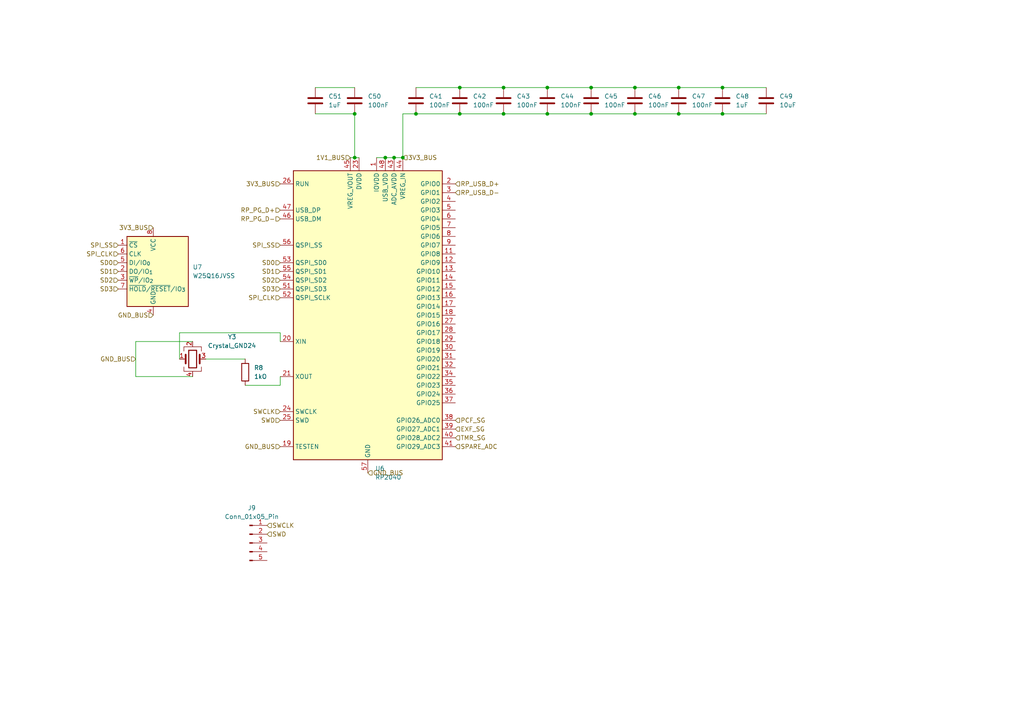
<source format=kicad_sch>
(kicad_sch (version 20250114) (generator "eeschema") (generator_version "9.0")
  (paper "A4")
  (lib_symbols
    (symbol "Connector:Conn_01x05_Pin" (pin_names (offset 1.016) (hide yes))
      (property "Reference" "J" (at 0 7.62 0))
      (property "Value" "Conn_01x05_Pin" (at 0 -7.62 0))
      (symbol "Conn_01x05_Pin_1_1"
        (rectangle (start 0.8636 5.207) (end 0 4.953) (stroke (width 0.1524)) (fill (type outline)))
        (rectangle (start 0.8636 2.667) (end 0 2.413) (stroke (width 0.1524)) (fill (type outline)))
        (rectangle (start 0.8636 0.127) (end 0 -0.127) (stroke (width 0.1524)) (fill (type outline)))
        (rectangle (start 0.8636 -2.413) (end 0 -2.667) (stroke (width 0.1524)) (fill (type outline)))
        (rectangle (start 0.8636 -4.953) (end 0 -5.207) (stroke (width 0.1524)) (fill (type outline)))
        (polyline (pts (xy 1.27 5.08) (xy 0.8636 5.08)) (stroke (width 0.1524)))
        (polyline (pts (xy 1.27 2.54) (xy 0.8636 2.54)) (stroke (width 0.1524)))
        (polyline (pts (xy 1.27 0) (xy 0.8636 0)) (stroke (width 0.1524)))
        (polyline (pts (xy 1.27 -2.54) (xy 0.8636 -2.54)) (stroke (width 0.1524)))
        (polyline (pts (xy 1.27 -5.08) (xy 0.8636 -5.08)) (stroke (width 0.1524)))
        (pin passive line (at 5.08 5.08 180) (length 3.81) (name "Pin_1") (number "1"))
        (pin passive line (at 5.08 2.54 180) (length 3.81) (name "Pin_2") (number "2"))
        (pin passive line (at 5.08 0 180) (length 3.81) (name "Pin_3") (number "3"))
        (pin passive line (at 5.08 -2.54 180) (length 3.81) (name "Pin_4") (number "4"))
        (pin passive line (at 5.08 -5.08 180) (length 3.81) (name "Pin_5") (number "5"))
      )
    )
    (symbol "Device:C" (pin_numbers (hide yes)) (pin_names (offset 0.254))
      (property "Reference" "C" (at 0.635 2.54 0))
      (property "Value" "C" (at 0.635 -2.54 0))
      (symbol "C_0_1"
        (polyline (pts (xy -2.032 0.762) (xy 2.032 0.762)) (stroke (width 0.508)))
        (polyline (pts (xy -2.032 -0.762) (xy 2.032 -0.762)) (stroke (width 0.508)))
      )
      (symbol "C_1_1"
        (pin passive line (at 0 3.81 270) (length 2.794) (name "~") (number "1"))
        (pin passive line (at 0 -3.81 90) (length 2.794) (name "~") (number "2"))
      )
    )
    (symbol "Device:Crystal_GND24" (pin_names (offset 1.016) (hide yes))
      (property "Reference" "Y" (at 3.175 5.08 0))
      (property "Value" "Crystal_GND24" (at 3.175 3.175 0))
      (symbol "Crystal_GND24_0_1"
        (polyline (pts (xy -2.54 2.286) (xy -2.54 3.556) (xy 2.54 3.556) (xy 2.54 2.286)))
        (polyline (pts (xy -2.54 0) (xy -2.032 0)))
        (polyline (pts (xy -2.54 -2.286) (xy -2.54 -3.556) (xy 2.54 -3.556) (xy 2.54 -2.286)))
        (polyline (pts (xy -2.032 -1.27) (xy -2.032 1.27)) (stroke (width 0.508)))
        (rectangle (start -1.143 2.54) (end 1.143 -2.54) (stroke (width 0.3048)))
        (polyline (pts (xy 0 3.556) (xy 0 3.81)))
        (polyline (pts (xy 0 -3.81) (xy 0 -3.556)))
        (polyline (pts (xy 2.032 0) (xy 2.54 0)))
        (polyline (pts (xy 2.032 -1.27) (xy 2.032 1.27)) (stroke (width 0.508)))
      )
      (symbol "Crystal_GND24_1_1"
        (pin passive line (at -3.81 0 0) (length 1.27) (name "1") (number "1"))
        (pin passive line (at 0 5.08 270) (length 1.27) (name "2") (number "2"))
        (pin passive line (at 0 -5.08 90) (length 1.27) (name "4") (number "4"))
        (pin passive line (at 3.81 0 180) (length 1.27) (name "3") (number "3"))
      )
    )
    (symbol "Device:R" (pin_numbers (hide yes)) (pin_names (offset 0))
      (property "Reference" "R" (at 2.032 0 90))
      (property "Value" "R" (at 0 0 90))
      (symbol "R_0_1"
        (rectangle (start -1.016 -2.54) (end 1.016 2.54) (stroke (width 0.254)))
      )
      (symbol "R_1_1"
        (pin passive line (at 0 3.81 270) (length 1.27) (name "~") (number "1"))
        (pin passive line (at 0 -3.81 90) (length 1.27) (name "~") (number "2"))
      )
    )
    (symbol "MCU_RaspberryPi:RP2040"
      (property "Reference" "U" (at 17.78 45.72 0))
      (property "Value" "RP2040" (at 17.78 43.18 0))
      (symbol "RP2040_0_1"
        (rectangle (start -21.59 41.91) (end 21.59 -41.91) (stroke (width 0.254)) (fill (type background)))
      )
      (symbol "RP2040_1_1"
        (pin input line (at -25.4 38.1 0) (length 3.81) (name "RUN") (number "26"))
        (pin bidirectional line (at -25.4 30.48 0) (length 3.81) (name "USB_DP") (number "47"))
        (pin bidirectional line (at -25.4 27.94 0) (length 3.81) (name "USB_DM") (number "46"))
        (pin bidirectional line (at -25.4 20.32 0) (length 3.81) (name "QSPI_SS") (number "56"))
        (pin bidirectional line (at -25.4 15.24 0) (length 3.81) (name "QSPI_SD0") (number "53"))
        (pin bidirectional line (at -25.4 12.7 0) (length 3.81) (name "QSPI_SD1") (number "55"))
        (pin bidirectional line (at -25.4 10.16 0) (length 3.81) (name "QSPI_SD2") (number "54"))
        (pin bidirectional line (at -25.4 7.62 0) (length 3.81) (name "QSPI_SD3") (number "51"))
        (pin output line (at -25.4 5.08 0) (length 3.81) (name "QSPI_SCLK") (number "52"))
        (pin input line (at -25.4 -7.62 0) (length 3.81) (name "XIN") (number "20"))
        (pin passive line (at -25.4 -17.78 0) (length 3.81) (name "XOUT") (number "21"))
        (pin input line (at -25.4 -27.94 0) (length 3.81) (name "SWCLK") (number "24"))
        (pin bidirectional line (at -25.4 -30.48 0) (length 3.81) (name "SWD") (number "25"))
        (pin input line (at -25.4 -38.1 0) (length 3.81) (name "TESTEN") (number "19"))
        (pin power_out line (at -5.08 45.72 270) (length 3.81) (name "VREG_VOUT") (number "45"))
        (pin power_in line (at -2.54 45.72 270) (length 3.81) (name "DVDD") (number "23"))
        (pin passive line (at -2.54 45.72 270) (length 3.81) (hide yes) (name "DVDD") (number "50"))
        (pin power_in line (at 0 -45.72 90) (length 3.81) (name "GND") (number "57"))
        (pin power_in line (at 2.54 45.72 270) (length 3.81) (name "IOVDD") (number "1"))
        (pin passive line (at 2.54 45.72 270) (length 3.81) (hide yes) (name "IOVDD") (number "10"))
        (pin passive line (at 2.54 45.72 270) (length 3.81) (hide yes) (name "IOVDD") (number "22"))
        (pin passive line (at 2.54 45.72 270) (length 3.81) (hide yes) (name "IOVDD") (number "33"))
        (pin passive line (at 2.54 45.72 270) (length 3.81) (hide yes) (name "IOVDD") (number "42"))
        (pin passive line (at 2.54 45.72 270) (length 3.81) (hide yes) (name "IOVDD") (number "49"))
        (pin power_in line (at 5.08 45.72 270) (length 3.81) (name "USB_VDD") (number "48"))
        (pin power_in line (at 7.62 45.72 270) (length 3.81) (name "ADC_AVDD") (number "43"))
        (pin power_in line (at 10.16 45.72 270) (length 3.81) (name "VREG_IN") (number "44"))
        (pin bidirectional line (at 25.4 38.1 180) (length 3.81) (name "GPIO0") (number "2"))
        (pin bidirectional line (at 25.4 35.56 180) (length 3.81) (name "GPIO1") (number "3"))
        (pin bidirectional line (at 25.4 33.02 180) (length 3.81) (name "GPIO2") (number "4"))
        (pin bidirectional line (at 25.4 30.48 180) (length 3.81) (name "GPIO3") (number "5"))
        (pin bidirectional line (at 25.4 27.94 180) (length 3.81) (name "GPIO4") (number "6"))
        (pin bidirectional line (at 25.4 25.4 180) (length 3.81) (name "GPIO5") (number "7"))
        (pin bidirectional line (at 25.4 22.86 180) (length 3.81) (name "GPIO6") (number "8"))
        (pin bidirectional line (at 25.4 20.32 180) (length 3.81) (name "GPIO7") (number "9"))
        (pin bidirectional line (at 25.4 17.78 180) (length 3.81) (name "GPIO8") (number "11"))
        (pin bidirectional line (at 25.4 15.24 180) (length 3.81) (name "GPIO9") (number "12"))
        (pin bidirectional line (at 25.4 12.7 180) (length 3.81) (name "GPIO10") (number "13"))
        (pin bidirectional line (at 25.4 10.16 180) (length 3.81) (name "GPIO11") (number "14"))
        (pin bidirectional line (at 25.4 7.62 180) (length 3.81) (name "GPIO12") (number "15"))
        (pin bidirectional line (at 25.4 5.08 180) (length 3.81) (name "GPIO13") (number "16"))
        (pin bidirectional line (at 25.4 2.54 180) (length 3.81) (name "GPIO14") (number "17"))
        (pin bidirectional line (at 25.4 0 180) (length 3.81) (name "GPIO15") (number "18"))
        (pin bidirectional line (at 25.4 -2.54 180) (length 3.81) (name "GPIO16") (number "27"))
        (pin bidirectional line (at 25.4 -5.08 180) (length 3.81) (name "GPIO17") (number "28"))
        (pin bidirectional line (at 25.4 -7.62 180) (length 3.81) (name "GPIO18") (number "29"))
        (pin bidirectional line (at 25.4 -10.16 180) (length 3.81) (name "GPIO19") (number "30"))
        (pin bidirectional line (at 25.4 -12.7 180) (length 3.81) (name "GPIO20") (number "31"))
        (pin bidirectional line (at 25.4 -15.24 180) (length 3.81) (name "GPIO21") (number "32"))
        (pin bidirectional line (at 25.4 -17.78 180) (length 3.81) (name "GPIO22") (number "34"))
        (pin bidirectional line (at 25.4 -20.32 180) (length 3.81) (name "GPIO23") (number "35"))
        (pin bidirectional line (at 25.4 -22.86 180) (length 3.81) (name "GPIO24") (number "36"))
        (pin bidirectional line (at 25.4 -25.4 180) (length 3.81) (name "GPIO25") (number "37"))
        (pin bidirectional line (at 25.4 -30.48 180) (length 3.81) (name "GPIO26_ADC0") (number "38"))
        (pin bidirectional line (at 25.4 -33.02 180) (length 3.81) (name "GPIO27_ADC1") (number "39"))
        (pin bidirectional line (at 25.4 -35.56 180) (length 3.81) (name "GPIO28_ADC2") (number "40"))
        (pin bidirectional line (at 25.4 -38.1 180) (length 3.81) (name "GPIO29_ADC3") (number "41"))
      )
    )
    (symbol "Memory_Flash:W25Q16JVSS"
      (property "Reference" "U" (at -6.35 11.43 0))
      (property "Value" "W25Q16JVSS" (at 7.62 11.43 0))
      (symbol "W25Q16JVSS_0_1"
        (rectangle (start -7.62 10.16) (end 10.16 -10.16) (stroke (width 0.254)) (fill (type background)))
      )
      (symbol "W25Q16JVSS_1_1"
        (pin input line (at -10.16 7.62 0) (length 2.54) (name "~{CS}") (number "1"))
        (pin input line (at -10.16 5.08 0) (length 2.54) (name "CLK") (number "6"))
        (pin bidirectional line (at -10.16 2.54 0) (length 2.54) (name "DI/IO_{0}") (number "5"))
        (pin bidirectional line (at -10.16 0 0) (length 2.54) (name "DO/IO_{1}") (number "2"))
        (pin bidirectional line (at -10.16 -2.54 0) (length 2.54) (name "~{WP}/IO_{2}") (number "3"))
        (pin bidirectional line (at -10.16 -5.08 0) (length 2.54) (name "~{HOLD}/~{RESET}/IO_{3}") (number "7"))
        (pin power_in line (at 0 12.7 270) (length 2.54) (name "VCC") (number "8"))
        (pin power_in line (at 0 -12.7 90) (length 2.54) (name "GND") (number "4"))
      )
    )
  )
  (junction (at 133.35 25.4))
  (junction (at 120.65 33.02))
  (junction (at 209.55 33.02))
  (junction (at 171.45 25.4))
  (junction (at 184.15 25.4))
  (junction (at 116.84 45.72))
  (junction (at 133.35 33.02))
  (junction (at 102.87 33.02))
  (junction (at 146.05 33.02))
  (junction (at 111.76 45.72))
  (junction (at 102.87 45.72))
  (junction (at 146.05 25.4))
  (junction (at 196.85 33.02))
  (junction (at 196.85 25.4))
  (junction (at 158.75 25.4))
  (junction (at 114.3 45.72))
  (junction (at 158.75 33.02))
  (junction (at 171.45 33.02))
  (junction (at 209.55 25.4))
  (junction (at 184.15 33.02))
  (wire (pts (xy 81.28 111.76) (xy 81.28 109.22)))
  (wire (pts (xy 133.35 25.4) (xy 146.05 25.4)))
  (wire (pts (xy 209.55 33.02) (xy 222.25 33.02)))
  (wire (pts (xy 101.6 45.72) (xy 102.87 45.72)))
  (wire (pts (xy 59.69 104.14) (xy 71.12 104.14)))
  (wire (pts (xy 171.45 25.4) (xy 184.15 25.4)))
  (wire (pts (xy 196.85 33.02) (xy 209.55 33.02)))
  (wire (pts (xy 116.84 45.72) (xy 116.84 33.02)))
  (wire (pts (xy 146.05 33.02) (xy 158.75 33.02)))
  (wire (pts (xy 116.84 33.02) (xy 120.65 33.02)))
  (wire (pts (xy 111.76 45.72) (xy 114.3 45.72)))
  (wire (pts (xy 158.75 25.4) (xy 171.45 25.4)))
  (wire (pts (xy 52.07 96.52) (xy 81.28 96.52)))
  (wire (pts (xy 91.44 33.02) (xy 102.87 33.02)))
  (wire (pts (xy 158.75 33.02) (xy 171.45 33.02)))
  (wire (pts (xy 171.45 33.02) (xy 184.15 33.02)))
  (wire (pts (xy 114.3 45.72) (xy 116.84 45.72)))
  (wire (pts (xy 39.37 109.22) (xy 55.88 109.22)))
  (wire (pts (xy 184.15 25.4) (xy 196.85 25.4)))
  (wire (pts (xy 102.87 33.02) (xy 102.87 45.72)))
  (wire (pts (xy 102.87 45.72) (xy 104.14 45.72)))
  (wire (pts (xy 52.07 104.14) (xy 52.07 96.52)))
  (wire (pts (xy 184.15 33.02) (xy 196.85 33.02)))
  (wire (pts (xy 209.55 25.4) (xy 222.25 25.4)))
  (wire (pts (xy 133.35 33.02) (xy 146.05 33.02)))
  (wire (pts (xy 55.88 99.06) (xy 39.37 99.06)))
  (wire (pts (xy 81.28 96.52) (xy 81.28 99.06)))
  (wire (pts (xy 146.05 25.4) (xy 158.75 25.4)))
  (wire (pts (xy 71.12 111.76) (xy 81.28 111.76)))
  (wire (pts (xy 109.22 45.72) (xy 111.76 45.72)))
  (wire (pts (xy 196.85 25.4) (xy 209.55 25.4)))
  (wire (pts (xy 91.44 25.4) (xy 102.87 25.4)))
  (wire (pts (xy 39.37 99.06) (xy 39.37 109.22)))
  (wire (pts (xy 120.65 25.4) (xy 133.35 25.4)))
  (wire (pts (xy 120.65 33.02) (xy 133.35 33.02)))
  (hierarchical_label "SWCLK" (shape input) (at 77.47 152.4 0))
  (hierarchical_label "3V3_BUS" (shape input) (at 44.45 66.04 180))
  (hierarchical_label "RP_PG_D+" (shape input) (at 81.28 60.96 180))
  (hierarchical_label "GND_BUS" (shape input) (at 106.68 137.16 0))
  (hierarchical_label "SD2" (shape input) (at 81.28 81.28 180))
  (hierarchical_label "SD3" (shape input) (at 81.28 83.82 180))
  (hierarchical_label "TMR_SG" (shape input) (at 132.08 127 0))
  (hierarchical_label "3V3_BUS" (shape input) (at 81.28 53.34 180))
  (hierarchical_label "RP_PG_D-" (shape input) (at 81.28 63.5 180))
  (hierarchical_label "SD1" (shape input) (at 34.29 78.74 180))
  (hierarchical_label "SPI_SS" (shape input) (at 34.29 71.12 180))
  (hierarchical_label "SD2" (shape input) (at 34.29 81.28 180))
  (hierarchical_label "SPARE_ADC" (shape input) (at 132.08 129.54 0))
  (hierarchical_label "EXF_SG" (shape input) (at 132.08 124.46 0))
  (hierarchical_label "3V3_BUS" (shape input) (at 116.84 45.72 0))
  (hierarchical_label "SPI_CLK" (shape input) (at 34.29 73.66 180))
  (hierarchical_label "SWD" (shape input) (at 81.28 121.92 180))
  (hierarchical_label "1V1_BUS" (shape input) (at 101.6 45.72 180))
  (hierarchical_label "RP_USB_D+" (shape input) (at 132.08 53.34 0))
  (hierarchical_label "SPI_CLK" (shape input) (at 81.28 86.36 180))
  (hierarchical_label "GND_BUS" (shape input) (at 81.28 129.54 180))
  (hierarchical_label "SPI_SS" (shape input) (at 81.28 71.12 180))
  (hierarchical_label "GND_BUS" (shape input) (at 39.37 104.14 180))
  (hierarchical_label "SD0" (shape input) (at 34.29 76.2 180))
  (hierarchical_label "SD0" (shape input) (at 81.28 76.2 180))
  (hierarchical_label "SD1" (shape input) (at 81.28 78.74 180))
  (hierarchical_label "SD3" (shape input) (at 34.29 83.82 180))
  (hierarchical_label "RP_USB_D-" (shape input) (at 132.08 55.88 0))
  (hierarchical_label "SWCLK" (shape input) (at 81.28 119.38 180))
  (hierarchical_label "PCF_SG" (shape input) (at 132.08 121.92 0))
  (hierarchical_label "GND_BUS" (shape input) (at 44.45 91.44 180))
  (hierarchical_label "SWD" (shape input) (at 77.47 154.94 0))
  (symbol (lib_id "Device:C") (at 158.75 29.21 0) (unit 1)
    (property "Reference" "C44" (at 162.56 27.9399 0) (effects (justify left)))
    (property "Value" "100nF" (at 162.56 30.4799 0) (effects (justify left)))
    (property "Footprint" "Capacitor_SMD:C_0402_1005Metric" (effects (hide yes)))
    (property "Description" "Unpolarized capacitor" (effects (hide yes)))
  )
  (symbol (lib_id "Device:C") (at 184.15 29.21 0) (unit 1)
    (property "Reference" "C46" (at 187.96 27.9399 0) (effects (justify left)))
    (property "Value" "100nF" (at 187.96 30.4799 0) (effects (justify left)))
    (property "Footprint" "Capacitor_SMD:C_0402_1005Metric" (effects (hide yes)))
    (property "Description" "Unpolarized capacitor" (effects (hide yes)))
  )
  (symbol (lib_id "Device:C") (at 146.05 29.21 0) (unit 1)
    (property "Reference" "C43" (at 149.86 27.9399 0) (effects (justify left)))
    (property "Value" "100nF" (at 149.86 30.4799 0) (effects (justify left)))
    (property "Footprint" "Capacitor_SMD:C_0402_1005Metric" (effects (hide yes)))
    (property "Description" "Unpolarized capacitor" (effects (hide yes)))
  )
  (symbol (lib_id "Device:C") (at 196.85 29.21 0) (unit 1)
    (property "Reference" "C47" (at 200.66 27.9399 0) (effects (justify left)))
    (property "Value" "100nF" (at 200.66 30.4799 0) (effects (justify left)))
    (property "Footprint" "Capacitor_SMD:C_0402_1005Metric" (effects (hide yes)))
    (property "Description" "Unpolarized capacitor" (effects (hide yes)))
  )
  (symbol (lib_id "Device:Crystal_GND24") (at 55.88 104.14 0) (unit 1)
    (property "Reference" "Y3" (at 67.31 97.7198 0))
    (property "Value" "Crystal_GND24" (at 67.31 100.2598 0))
    (property "Footprint" "Crystal:Crystal_SMD_3225-4Pin_3.2x2.5mm" (effects (hide yes)))
    (property "Description" "Four pin crystal, GND on pins 2 and 4" (effects (hide yes)))
  )
  (symbol (lib_id "Device:C") (at 102.87 29.21 0) (unit 1)
    (property "Reference" "C50" (at 106.68 27.9399 0) (effects (justify left)))
    (property "Value" "100nF" (at 106.68 30.4799 0) (effects (justify left)))
    (property "Footprint" "Capacitor_SMD:C_0402_1005Metric" (effects (hide yes)))
    (property "Description" "Unpolarized capacitor" (effects (hide yes)))
  )
  (symbol (lib_id "MCU_RaspberryPi:RP2040") (at 106.68 91.44 0) (unit 1)
    (property "Reference" "U6" (at 108.8233 135.89 0) (effects (justify left)))
    (property "Value" "RP2040" (at 108.8233 138.43 0) (effects (justify left)))
    (property "Footprint" "Package_DFN_QFN:QFN-56-1EP_7x7mm_P0.4mm_EP3.2x3.2mm" (effects (hide yes)))
    (property "Datasheet" "https://datasheets.raspberrypi.com/rp2040/rp2040-datasheet.pdf" (effects (hide yes)))
    (property "Description" "A microcontroller by Raspberry Pi" (effects (hide yes)))
    (property "LCSC" "C2040" (effects (hide yes)))
  )
  (symbol (lib_id "Device:C") (at 209.55 29.21 0) (unit 1)
    (property "Reference" "C48" (at 213.36 27.9399 0) (effects (justify left)))
    (property "Value" "1uF" (at 213.36 30.4799 0) (effects (justify left)))
    (property "Footprint" "Capacitor_SMD:C_0603_1608Metric" (effects (hide yes)))
    (property "Description" "Unpolarized capacitor" (effects (hide yes)))
  )
  (symbol (lib_id "Device:C") (at 222.25 29.21 0) (unit 1)
    (property "Reference" "C49" (at 226.06 27.9399 0) (effects (justify left)))
    (property "Value" "10uF" (at 226.06 30.4799 0) (effects (justify left)))
    (property "Footprint" "Capacitor_SMD:C_0603_1608Metric" (effects (hide yes)))
    (property "Description" "Unpolarized capacitor" (effects (hide yes)))
  )
  (symbol (lib_id "Device:C") (at 120.65 29.21 0) (unit 1)
    (property "Reference" "C41" (at 124.46 27.9399 0) (effects (justify left)))
    (property "Value" "100nF" (at 124.46 30.4799 0) (effects (justify left)))
    (property "Footprint" "Capacitor_SMD:C_0402_1005Metric" (effects (hide yes)))
    (property "Description" "Unpolarized capacitor" (effects (hide yes)))
  )
  (symbol (lib_id "Device:R") (at 71.12 107.95 0) (unit 1)
    (property "Reference" "R8" (at 73.66 106.6799 0) (effects (justify left)))
    (property "Value" "1kO" (at 73.66 109.2199 0) (effects (justify left)))
    (property "Footprint" "Resistor_SMD:R_1206_3216Metric" (effects (hide yes)))
    (property "Description" "Resistor" (effects (hide yes)))
  )
  (symbol (lib_id "Device:C") (at 133.35 29.21 0) (unit 1)
    (property "Reference" "C42" (at 137.16 27.9399 0) (effects (justify left)))
    (property "Value" "100nF" (at 137.16 30.4799 0) (effects (justify left)))
    (property "Footprint" "Capacitor_SMD:C_0402_1005Metric" (effects (hide yes)))
    (property "Description" "Unpolarized capacitor" (effects (hide yes)))
  )
  (symbol (lib_id "Device:C") (at 91.44 29.21 0) (unit 1)
    (property "Reference" "C51" (at 95.25 27.9399 0) (effects (justify left)))
    (property "Value" "1uF" (at 95.25 30.4799 0) (effects (justify left)))
    (property "Footprint" "Capacitor_SMD:C_0603_1608Metric" (effects (hide yes)))
    (property "Description" "Unpolarized capacitor" (effects (hide yes)))
  )
  (symbol (lib_id "Connector:Conn_01x05_Pin") (at 72.39 157.48 0) (unit 1)
    (property "Reference" "J9" (at 73.025 147.32 0))
    (property "Value" "Conn_01x05_Pin" (at 73.025 149.86 0))
    (property "Footprint" "Connector_PinHeader_2.54mm:PinHeader_1x05_P2.54mm_Vertical" (effects (hide yes)))
    (property "Description" "Generic connector, single row, 01x05, script generated" (effects (hide yes)))
  )
  (symbol (lib_id "Memory_Flash:W25Q16JVSS") (at 44.45 78.74 0) (unit 1)
    (property "Reference" "U7" (at 55.88 77.4699 0) (effects (justify left)))
    (property "Value" "W25Q16JVSS" (at 55.88 80.0099 0) (effects (justify left)))
    (property "Footprint" "Package_SO:SOIC-8_5.3x5.3mm_P1.27mm" (effects (hide yes)))
    (property "Datasheet" "https://www.winbond.com/hq/support/documentation/levelOne.jsp?__locale=en&DocNo=DA00-W25Q16JV.1" (effects (hide yes)))
    (property "Description" "16Mbit / 2MiB Serial Flash Memory, Standard/Dual/Quad SPI, 2.7-3.6V, SOIC-8 (208 mil)" (effects (hide yes)))
  )
  (symbol (lib_id "Device:C") (at 171.45 29.21 0) (unit 1)
    (property "Reference" "C45" (at 175.26 27.9399 0) (effects (justify left)))
    (property "Value" "100nF" (at 175.26 30.4799 0) (effects (justify left)))
    (property "Footprint" "Capacitor_SMD:C_0402_1005Metric" (effects (hide yes)))
    (property "Description" "Unpolarized capacitor" (effects (hide yes)))
  )
)
</source>
